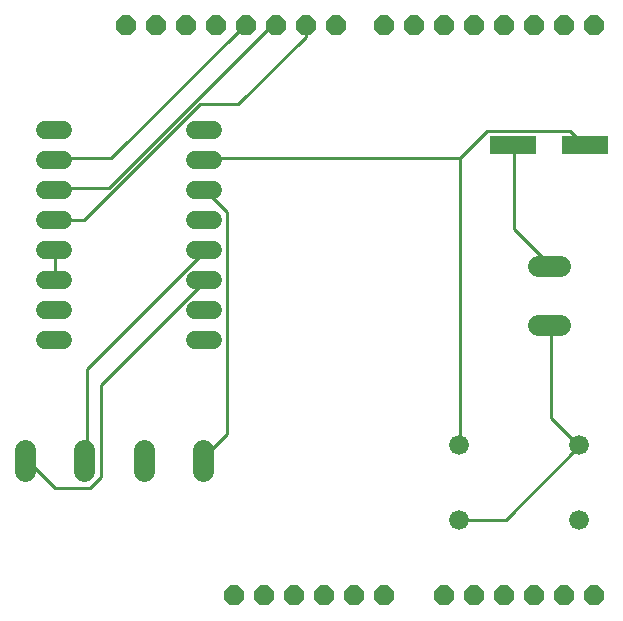
<source format=gtl>
G75*
%MOIN*%
%OFA0B0*%
%FSLAX25Y25*%
%IPPOS*%
%LPD*%
%AMOC8*
5,1,8,0,0,1.08239X$1,22.5*
%
%ADD10R,0.15748X0.06299*%
%ADD11C,0.06600*%
%ADD12C,0.06000*%
%ADD13C,0.07050*%
%ADD14OC8,0.06600*%
%ADD15C,0.01000*%
D10*
X0249992Y0165000D03*
X0274008Y0165000D03*
D11*
X0272000Y0065000D03*
X0272000Y0040000D03*
X0232000Y0040000D03*
X0232000Y0065000D03*
D12*
X0150000Y0100000D02*
X0144000Y0100000D01*
X0144000Y0110000D02*
X0150000Y0110000D01*
X0150000Y0120000D02*
X0144000Y0120000D01*
X0144000Y0130000D02*
X0150000Y0130000D01*
X0150000Y0140000D02*
X0144000Y0140000D01*
X0144000Y0150000D02*
X0150000Y0150000D01*
X0150000Y0160000D02*
X0144000Y0160000D01*
X0144000Y0170000D02*
X0150000Y0170000D01*
X0100000Y0170000D02*
X0094000Y0170000D01*
X0094000Y0160000D02*
X0100000Y0160000D01*
X0100000Y0150000D02*
X0094000Y0150000D01*
X0094000Y0140000D02*
X0100000Y0140000D01*
X0100000Y0130000D02*
X0094000Y0130000D01*
X0094000Y0120000D02*
X0100000Y0120000D01*
X0100000Y0110000D02*
X0094000Y0110000D01*
X0094000Y0100000D02*
X0100000Y0100000D01*
D13*
X0087472Y0063525D02*
X0087472Y0056475D01*
X0107157Y0056475D02*
X0107157Y0063525D01*
X0126843Y0063525D02*
X0126843Y0056475D01*
X0146528Y0056475D02*
X0146528Y0063525D01*
X0258475Y0105157D02*
X0265525Y0105157D01*
X0265525Y0124843D02*
X0258475Y0124843D01*
D14*
X0257000Y0205000D03*
X0267000Y0205000D03*
X0277000Y0205000D03*
X0247000Y0205000D03*
X0237000Y0205000D03*
X0227000Y0205000D03*
X0217000Y0205000D03*
X0207000Y0205000D03*
X0191000Y0205000D03*
X0181000Y0205000D03*
X0171000Y0205000D03*
X0161000Y0205000D03*
X0151000Y0205000D03*
X0141000Y0205000D03*
X0131000Y0205000D03*
X0121000Y0205000D03*
X0157000Y0015000D03*
X0167000Y0015000D03*
X0177000Y0015000D03*
X0187000Y0015000D03*
X0197000Y0015000D03*
X0207000Y0015000D03*
X0227000Y0015000D03*
X0237000Y0015000D03*
X0247000Y0015000D03*
X0257000Y0015000D03*
X0267000Y0015000D03*
X0277000Y0015000D03*
D15*
X0247500Y0040100D02*
X0271800Y0064400D01*
X0272000Y0065000D01*
X0271800Y0065300D01*
X0262800Y0074300D01*
X0262800Y0104900D01*
X0262000Y0105157D01*
X0262000Y0124843D02*
X0261900Y0125600D01*
X0250200Y0137300D01*
X0250200Y0164300D01*
X0249992Y0165000D01*
X0241200Y0169700D02*
X0269100Y0169700D01*
X0273600Y0165200D01*
X0274008Y0165000D01*
X0241200Y0169700D02*
X0232200Y0160700D01*
X0232200Y0065300D01*
X0232000Y0065000D01*
X0232200Y0040100D02*
X0232000Y0040000D01*
X0232200Y0040100D02*
X0247500Y0040100D01*
X0154800Y0068900D02*
X0146700Y0060800D01*
X0146528Y0060000D01*
X0154800Y0068900D02*
X0154800Y0142700D01*
X0147600Y0149900D01*
X0147000Y0150000D01*
X0147000Y0160000D02*
X0147600Y0160700D01*
X0232200Y0160700D01*
X0180900Y0201200D02*
X0180900Y0204800D01*
X0181000Y0205000D01*
X0180900Y0201200D02*
X0158400Y0178700D01*
X0145800Y0178700D01*
X0107100Y0140000D01*
X0097000Y0140000D01*
X0097000Y0130000D02*
X0097200Y0129200D01*
X0097200Y0120200D01*
X0097000Y0120000D01*
X0097000Y0150000D02*
X0097200Y0150800D01*
X0115200Y0150800D01*
X0169200Y0204800D01*
X0171000Y0204800D01*
X0171000Y0205000D01*
X0161000Y0205000D02*
X0160200Y0204800D01*
X0116100Y0160700D01*
X0097200Y0160700D01*
X0097000Y0160000D01*
X0147000Y0130000D02*
X0146700Y0129200D01*
X0108000Y0090500D01*
X0108000Y0060800D01*
X0107157Y0060000D01*
X0112500Y0054500D02*
X0108900Y0050900D01*
X0097200Y0050900D01*
X0088200Y0059900D01*
X0087472Y0060000D01*
X0112500Y0054500D02*
X0112500Y0085100D01*
X0146700Y0119300D01*
X0147000Y0120000D01*
M02*

</source>
